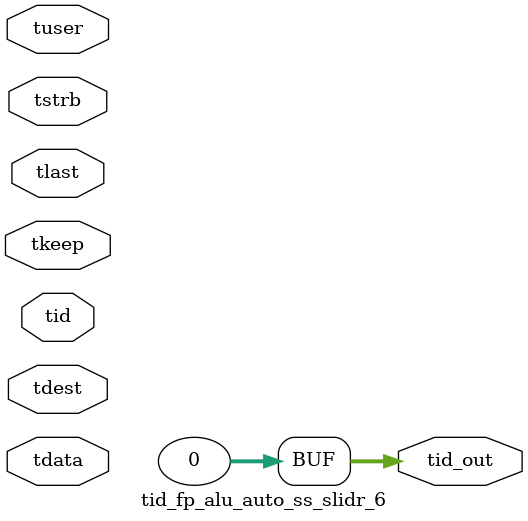
<source format=v>


`timescale 1ps/1ps

module tid_fp_alu_auto_ss_slidr_6 #
(
parameter C_S_AXIS_TID_WIDTH   = 1,
parameter C_S_AXIS_TUSER_WIDTH = 0,
parameter C_S_AXIS_TDATA_WIDTH = 0,
parameter C_S_AXIS_TDEST_WIDTH = 0,
parameter C_M_AXIS_TID_WIDTH   = 32
)
(
input  [(C_S_AXIS_TID_WIDTH   == 0 ? 1 : C_S_AXIS_TID_WIDTH)-1:0       ] tid,
input  [(C_S_AXIS_TDATA_WIDTH == 0 ? 1 : C_S_AXIS_TDATA_WIDTH)-1:0     ] tdata,
input  [(C_S_AXIS_TUSER_WIDTH == 0 ? 1 : C_S_AXIS_TUSER_WIDTH)-1:0     ] tuser,
input  [(C_S_AXIS_TDEST_WIDTH == 0 ? 1 : C_S_AXIS_TDEST_WIDTH)-1:0     ] tdest,
input  [(C_S_AXIS_TDATA_WIDTH/8)-1:0 ] tkeep,
input  [(C_S_AXIS_TDATA_WIDTH/8)-1:0 ] tstrb,
input                                                                    tlast,
output [(C_M_AXIS_TID_WIDTH   == 0 ? 1 : C_M_AXIS_TID_WIDTH)-1:0       ] tid_out
);

assign tid_out = {1'b0};

endmodule


</source>
